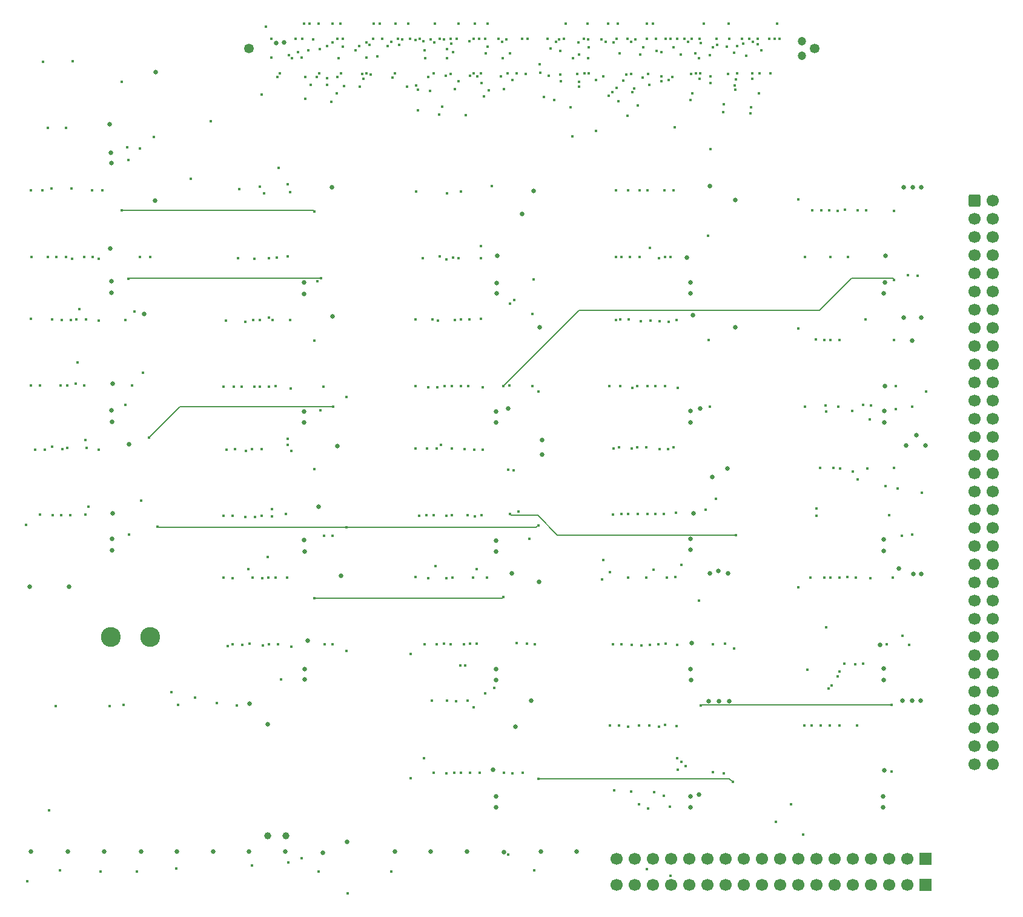
<source format=gbr>
G04 #@! TF.GenerationSoftware,KiCad,Pcbnew,9.0.3*
G04 #@! TF.CreationDate,2025-08-01T19:28:12-07:00*
G04 #@! TF.ProjectId,CardTestFixture,43617264-5465-4737-9446-697874757265,A*
G04 #@! TF.SameCoordinates,Original*
G04 #@! TF.FileFunction,Copper,L8,Bot*
G04 #@! TF.FilePolarity,Positive*
%FSLAX46Y46*%
G04 Gerber Fmt 4.6, Leading zero omitted, Abs format (unit mm)*
G04 Created by KiCad (PCBNEW 9.0.3) date 2025-08-01 19:28:12*
%MOMM*%
%LPD*%
G01*
G04 APERTURE LIST*
G04 Aperture macros list*
%AMRoundRect*
0 Rectangle with rounded corners*
0 $1 Rounding radius*
0 $2 $3 $4 $5 $6 $7 $8 $9 X,Y pos of 4 corners*
0 Add a 4 corners polygon primitive as box body*
4,1,4,$2,$3,$4,$5,$6,$7,$8,$9,$2,$3,0*
0 Add four circle primitives for the rounded corners*
1,1,$1+$1,$2,$3*
1,1,$1+$1,$4,$5*
1,1,$1+$1,$6,$7*
1,1,$1+$1,$8,$9*
0 Add four rect primitives between the rounded corners*
20,1,$1+$1,$2,$3,$4,$5,0*
20,1,$1+$1,$4,$5,$6,$7,0*
20,1,$1+$1,$6,$7,$8,$9,0*
20,1,$1+$1,$8,$9,$2,$3,0*%
G04 Aperture macros list end*
G04 #@! TA.AperFunction,ComponentPad*
%ADD10R,1.700000X1.700000*%
G04 #@! TD*
G04 #@! TA.AperFunction,ComponentPad*
%ADD11C,1.700000*%
G04 #@! TD*
G04 #@! TA.AperFunction,ComponentPad*
%ADD12C,1.349000*%
G04 #@! TD*
G04 #@! TA.AperFunction,ComponentPad*
%ADD13C,1.200000*%
G04 #@! TD*
G04 #@! TA.AperFunction,ComponentPad*
%ADD14RoundRect,0.250000X-0.600000X-0.600000X0.600000X-0.600000X0.600000X0.600000X-0.600000X0.600000X0*%
G04 #@! TD*
G04 #@! TA.AperFunction,ComponentPad*
%ADD15C,2.775000*%
G04 #@! TD*
G04 #@! TA.AperFunction,ViaPad*
%ADD16C,0.650000*%
G04 #@! TD*
G04 #@! TA.AperFunction,ViaPad*
%ADD17C,1.000000*%
G04 #@! TD*
G04 #@! TA.AperFunction,ViaPad*
%ADD18C,0.450000*%
G04 #@! TD*
G04 #@! TA.AperFunction,Conductor*
%ADD19C,0.152400*%
G04 #@! TD*
G04 APERTURE END LIST*
D10*
X209180000Y-151400000D03*
D11*
X206640000Y-151400000D03*
X204100000Y-151400000D03*
X201560000Y-151400000D03*
X199020000Y-151400000D03*
X196480000Y-151400000D03*
X193940000Y-151400000D03*
X191400000Y-151400000D03*
X188860000Y-151400000D03*
X186320000Y-151400000D03*
X183780000Y-151400000D03*
X181240000Y-151400000D03*
X178700000Y-151400000D03*
X176160000Y-151400000D03*
X173620000Y-151400000D03*
X171080000Y-151400000D03*
X168540000Y-151400000D03*
X166000000Y-151400000D03*
D10*
X209180000Y-155000000D03*
D11*
X206640000Y-155000000D03*
X204100000Y-155000000D03*
X201560000Y-155000000D03*
X199020000Y-155000000D03*
X196480000Y-155000000D03*
X193940000Y-155000000D03*
X191400000Y-155000000D03*
X188860000Y-155000000D03*
X186320000Y-155000000D03*
X183780000Y-155000000D03*
X181240000Y-155000000D03*
X178700000Y-155000000D03*
X176160000Y-155000000D03*
X173620000Y-155000000D03*
X171080000Y-155000000D03*
X168540000Y-155000000D03*
X166000000Y-155000000D03*
D12*
X114568900Y-38197500D03*
D13*
X191908900Y-39197500D03*
X191908900Y-37197500D03*
D12*
X193698900Y-38197500D03*
D14*
X216000000Y-59400000D03*
D11*
X218540000Y-59400000D03*
X216000000Y-61940000D03*
X218540000Y-61940000D03*
X216000000Y-64480000D03*
X218540000Y-64480000D03*
X216000000Y-67020000D03*
X218540000Y-67020000D03*
X216000000Y-69560000D03*
X218540000Y-69560000D03*
X216000000Y-72100000D03*
X218540000Y-72100000D03*
X216000000Y-74640000D03*
X218540000Y-74640000D03*
X216000000Y-77180000D03*
X218540000Y-77180000D03*
X216000000Y-79720000D03*
X218540000Y-79720000D03*
X216000000Y-82260000D03*
X218540000Y-82260000D03*
X216000000Y-84800000D03*
X218540000Y-84800000D03*
X216000000Y-87340000D03*
X218540000Y-87340000D03*
X216000000Y-89880000D03*
X218540000Y-89880000D03*
X216000000Y-92420000D03*
X218540000Y-92420000D03*
X216000000Y-94960000D03*
X218540000Y-94960000D03*
X216000000Y-97500000D03*
X218540000Y-97500000D03*
X216000000Y-100040000D03*
X218540000Y-100040000D03*
X216000000Y-102580000D03*
X218540000Y-102580000D03*
X216000000Y-105120000D03*
X218540000Y-105120000D03*
X216000000Y-107660000D03*
X218540000Y-107660000D03*
X216000000Y-110200000D03*
X218540000Y-110200000D03*
X216000000Y-112740000D03*
X218540000Y-112740000D03*
X216000000Y-115280000D03*
X218540000Y-115280000D03*
X216000000Y-117820000D03*
X218540000Y-117820000D03*
X216000000Y-120360000D03*
X218540000Y-120360000D03*
X216000000Y-122900000D03*
X218540000Y-122900000D03*
X216000000Y-125440000D03*
X218540000Y-125440000D03*
X216000000Y-127980000D03*
X218540000Y-127980000D03*
X216000000Y-130520000D03*
X218540000Y-130520000D03*
X216000000Y-133060000D03*
X218540000Y-133060000D03*
X216000000Y-135600000D03*
X218540000Y-135600000D03*
X216000000Y-138140000D03*
X218540000Y-138140000D03*
D15*
X95300000Y-120400000D03*
X100800000Y-120400000D03*
D16*
X114700000Y-129700000D03*
X150247163Y-150415576D03*
X95169795Y-48769795D03*
X122380000Y-108450000D03*
X181548500Y-111521405D03*
X177500000Y-142400000D03*
X178874200Y-129354200D03*
X203362000Y-108342250D03*
X95494000Y-90300000D03*
X145100000Y-150400000D03*
X203400000Y-139000000D03*
X205447800Y-110789092D03*
X206470599Y-93636792D03*
X99500000Y-150400000D03*
X177700000Y-88500000D03*
X94400000Y-150400000D03*
X126300000Y-75600000D03*
X206000000Y-129300000D03*
X203370000Y-72350000D03*
X151370800Y-111500000D03*
X208600000Y-111600000D03*
X203535900Y-85300000D03*
X122280000Y-72450000D03*
X179361801Y-97997608D03*
X203293000Y-144171900D03*
X203600000Y-67100000D03*
X206100000Y-75800000D03*
X176500000Y-121200000D03*
X84000000Y-113400000D03*
X128300000Y-149000000D03*
X114600000Y-150400000D03*
X135000000Y-150400000D03*
X209203100Y-93600000D03*
X89300000Y-150400000D03*
X100000000Y-75300000D03*
X149200000Y-72400000D03*
X101473400Y-59400100D03*
X149159000Y-108422000D03*
X109600000Y-150400000D03*
X95394000Y-72300000D03*
X95203645Y-66103645D03*
X179000000Y-111500000D03*
X208500000Y-129300000D03*
X208600000Y-75800000D03*
X208600000Y-57600000D03*
X181748500Y-129354200D03*
X149296300Y-67131600D03*
X95394000Y-54200000D03*
X176362000Y-72342250D03*
X202865333Y-121449299D03*
X149159000Y-90422000D03*
X150833400Y-88500000D03*
X155400000Y-150400000D03*
X175862800Y-67403500D03*
X101588000Y-41487300D03*
X97887600Y-93500000D03*
X155599800Y-92900000D03*
X119700000Y-150400000D03*
X127500000Y-111800000D03*
X104500000Y-150400000D03*
X148770000Y-138930000D03*
X122782608Y-120888501D03*
X176788100Y-103097600D03*
X160400000Y-150400000D03*
X152800000Y-61248100D03*
X203300000Y-126400000D03*
X176315000Y-108197000D03*
D17*
X119800000Y-148195000D03*
D16*
X95600000Y-85000000D03*
X203400000Y-90400000D03*
X124355205Y-102155205D03*
X122380000Y-126350000D03*
X149151000Y-126394000D03*
X95600000Y-103100000D03*
X126200000Y-57600000D03*
X124911855Y-150500600D03*
X176308000Y-144169000D03*
X119528100Y-37295900D03*
X84100000Y-150400000D03*
X206100000Y-57600000D03*
X140000000Y-150400000D03*
X176300000Y-90400000D03*
X127000000Y-93700000D03*
X179000000Y-57400000D03*
X149160000Y-144170000D03*
X95494000Y-108300000D03*
X151840000Y-132910000D03*
X176640100Y-75400000D03*
X176400000Y-126400000D03*
X122280000Y-90450000D03*
X203300000Y-124800000D03*
X95494000Y-106700000D03*
X155605300Y-94916200D03*
X122280000Y-106850000D03*
X207300000Y-129300000D03*
X203362000Y-106742250D03*
X122280000Y-88850000D03*
X149159000Y-88922000D03*
X117220000Y-132575600D03*
X180244195Y-111144195D03*
X181515600Y-96833900D03*
X182584400Y-77121000D03*
X122380000Y-124850000D03*
X154410300Y-58044900D03*
X155207600Y-77160600D03*
X207350000Y-78974000D03*
X89500000Y-113400000D03*
X95394000Y-88700000D03*
X176362000Y-70842250D03*
X207903599Y-92203792D03*
X207400000Y-57600000D03*
X118406400Y-37392300D03*
X149159000Y-106922000D03*
X149120000Y-142640000D03*
X182584400Y-59325800D03*
X203293000Y-142671900D03*
X95294000Y-52700000D03*
X122280000Y-70850000D03*
X149151000Y-124894000D03*
D17*
X117220000Y-148190000D03*
D16*
X176300000Y-88800000D03*
X176308000Y-142669000D03*
X154027700Y-129250000D03*
X207500000Y-111600000D03*
X149200000Y-70900000D03*
X176315000Y-106697000D03*
X95394000Y-70700000D03*
X203400000Y-88800000D03*
X203470000Y-70850000D03*
X176315000Y-124900000D03*
X155206200Y-112711400D03*
X180300000Y-129354200D03*
D18*
X181194900Y-121351100D03*
X180946700Y-139461300D03*
X99369900Y-67275000D03*
X154216400Y-75225300D03*
X126260300Y-106253100D03*
X206709400Y-69854500D03*
X207350000Y-88192700D03*
X206864100Y-121446900D03*
X207350000Y-106050600D03*
X152916100Y-139351100D03*
X154205300Y-85310000D03*
X100653900Y-92565200D03*
X152305300Y-102821900D03*
X126402800Y-88253900D03*
X99374000Y-52109700D03*
X126260300Y-121444100D03*
X153448000Y-121353100D03*
X128214000Y-122294400D03*
X155096500Y-86114500D03*
X87568600Y-130031300D03*
X182252300Y-140625000D03*
X154416500Y-70451900D03*
X100787500Y-67292100D03*
X155095900Y-140156700D03*
X208649500Y-100251500D03*
X128214000Y-105092200D03*
X154581300Y-121362300D03*
X101337600Y-50571000D03*
X101796300Y-104935300D03*
X128214400Y-86850000D03*
X182448100Y-121962400D03*
X209305500Y-86084700D03*
X155101300Y-104770200D03*
X208094600Y-69948900D03*
X205917000Y-106242300D03*
X178425600Y-102609300D03*
X179426300Y-139235600D03*
X124701800Y-70254700D03*
X153825000Y-106639400D03*
X179427800Y-121360700D03*
X151057000Y-85255600D03*
X125078700Y-106257400D03*
X151684400Y-73333500D03*
X152028500Y-121258300D03*
X206001400Y-120211200D03*
X151438900Y-139399400D03*
X97747000Y-70337700D03*
X86700000Y-144600000D03*
X97595500Y-51970300D03*
X125056900Y-85436600D03*
X98252200Y-85290400D03*
X179032800Y-88195400D03*
X205043500Y-85349400D03*
X125212200Y-121442100D03*
X123720300Y-60961500D03*
X178832700Y-78901300D03*
X150143600Y-114813600D03*
X96834000Y-42824800D03*
X96834700Y-60806900D03*
X97343600Y-76137200D03*
X204810000Y-60826600D03*
X112914300Y-129973900D03*
X179915400Y-101119400D03*
X148922600Y-127469800D03*
X204640400Y-112058400D03*
X177738700Y-129919300D03*
X123727500Y-78957900D03*
X178763900Y-64301500D03*
X123734500Y-114972900D03*
X150830800Y-96998800D03*
X204438400Y-129907800D03*
X204790200Y-96750800D03*
X204773100Y-78879000D03*
X177534200Y-115282300D03*
X123720300Y-96961500D03*
X200869800Y-60803600D03*
X83664000Y-154489000D03*
X199730000Y-60812000D03*
X88193700Y-153001400D03*
X197963500Y-60693700D03*
X93824400Y-153160600D03*
X196947900Y-60825700D03*
X98904800Y-153160200D03*
X104441000Y-152704000D03*
X195735700Y-60808500D03*
X194650000Y-60807500D03*
X121973100Y-151256700D03*
X114991000Y-152314000D03*
X193322500Y-60807700D03*
X120075400Y-151863500D03*
X191414300Y-59298600D03*
X124317100Y-153147900D03*
X174553400Y-138897400D03*
X190425200Y-143788700D03*
X128431000Y-156226600D03*
X134469300Y-153155700D03*
X175649200Y-138443700D03*
X150862000Y-150755200D03*
X175059800Y-137863100D03*
X170271000Y-152771300D03*
X188309600Y-146219100D03*
X154494200Y-152989800D03*
X174503300Y-137304100D03*
X192060000Y-147982900D03*
X173511000Y-153771800D03*
X91754000Y-103288100D03*
X131047700Y-41682000D03*
X164833100Y-34705200D03*
X144701600Y-121388500D03*
X147327900Y-85517300D03*
X157498500Y-37281700D03*
X120493000Y-85657500D03*
X139034700Y-37199600D03*
X112290300Y-112131200D03*
X144962200Y-47462600D03*
X142814000Y-121365600D03*
X164906200Y-44786000D03*
X86088100Y-94206400D03*
X126131100Y-45625000D03*
X143015500Y-112050800D03*
X166020000Y-36831700D03*
X127434800Y-34703000D03*
X91803300Y-75985600D03*
X137930100Y-76051800D03*
X156769200Y-38182800D03*
X116589300Y-121550200D03*
X146498900Y-42080600D03*
X146485600Y-121358900D03*
X166407300Y-38881200D03*
X172706600Y-57995200D03*
X173998900Y-37980600D03*
X163909600Y-36939100D03*
X139176500Y-121359800D03*
X150577600Y-36916600D03*
X143884100Y-67433300D03*
X117838900Y-102511700D03*
X142836800Y-41688300D03*
X84134000Y-75976900D03*
X127751500Y-37879100D03*
X115120700Y-112130600D03*
X147478900Y-44833600D03*
X118588700Y-42187700D03*
X84197700Y-67281400D03*
X117370300Y-121428600D03*
X146209000Y-34700900D03*
X171203900Y-111017100D03*
X184834800Y-46401100D03*
X198368700Y-67293200D03*
X188745700Y-36836100D03*
X168994000Y-103221300D03*
X180082600Y-37644900D03*
X181741600Y-36833400D03*
X173239600Y-94107600D03*
X143639000Y-36826700D03*
X116394100Y-94143900D03*
X158091100Y-41799000D03*
X147023000Y-75966100D03*
X176998900Y-38839000D03*
X171412800Y-85346600D03*
X88396200Y-103347700D03*
X130060500Y-37820600D03*
X124464000Y-41676400D03*
X106473100Y-56349500D03*
X118959400Y-41681300D03*
X85860600Y-40064000D03*
X168183900Y-85559700D03*
X176458300Y-41702200D03*
X164006500Y-112379100D03*
X187316800Y-36838800D03*
X173952800Y-57974400D03*
X173808700Y-42179400D03*
X111424800Y-76168000D03*
X140633400Y-34699800D03*
X185959300Y-41686800D03*
X174215000Y-111995500D03*
X164498900Y-37205900D03*
X141865900Y-121351100D03*
X184998900Y-41678900D03*
X170661500Y-121509800D03*
X160752600Y-42791400D03*
X142986500Y-103349100D03*
X127707000Y-36825400D03*
X89754800Y-76135400D03*
X179103700Y-42974700D03*
X165485900Y-103269000D03*
X120204800Y-39081600D03*
X93648900Y-67531600D03*
X173577500Y-67281700D03*
X173515500Y-36845000D03*
X132926100Y-34716800D03*
X84700400Y-94188500D03*
X160649200Y-37350600D03*
X143011300Y-94060800D03*
X148558700Y-57426200D03*
X151461300Y-42616300D03*
X182539800Y-43319800D03*
X172041300Y-94174600D03*
X118640300Y-121425500D03*
X146998900Y-41681100D03*
X176605800Y-44412000D03*
X169424000Y-76247000D03*
X179119700Y-42086400D03*
X166501800Y-76052900D03*
X114080600Y-103593300D03*
X142086100Y-41948800D03*
X171412800Y-103219300D03*
X181370000Y-37901900D03*
X174277600Y-103029000D03*
X181685400Y-34708200D03*
X91600600Y-85290400D03*
X126947800Y-42126500D03*
X174483700Y-121512800D03*
X185691300Y-36837100D03*
X180986500Y-45979400D03*
X173965300Y-93910800D03*
X171618700Y-38498700D03*
X166696500Y-67288000D03*
X140399400Y-41684700D03*
X115164800Y-76136700D03*
X124094400Y-42166100D03*
X84108500Y-85290400D03*
X188462000Y-34708800D03*
X195920000Y-67276400D03*
X173289900Y-42536500D03*
X172738900Y-67287100D03*
X140667600Y-110440600D03*
X165552000Y-37344300D03*
X177689900Y-41678500D03*
X174409100Y-76136600D03*
X141906800Y-36933500D03*
X115416800Y-103658900D03*
X172603200Y-103212500D03*
X181573000Y-41747000D03*
X116413200Y-44623000D03*
X87684300Y-67292500D03*
X123117400Y-34704700D03*
X92690700Y-57993200D03*
X118302500Y-85368900D03*
X139893900Y-44130300D03*
X147699500Y-38861900D03*
X114559500Y-110867200D03*
X113678300Y-121445700D03*
X146039800Y-41685500D03*
X86997100Y-57725400D03*
X124348700Y-34719700D03*
X145998900Y-36838300D03*
X114682100Y-121288900D03*
X89849000Y-67546100D03*
X109253000Y-48317800D03*
X170117300Y-112062700D03*
X184099800Y-39219700D03*
X160793900Y-39055900D03*
X137906500Y-94038300D03*
X172036800Y-76288900D03*
X177592200Y-42432900D03*
X140446500Y-139310100D03*
X163162200Y-49685200D03*
X172231700Y-42060600D03*
X167877400Y-67287400D03*
X170413200Y-41692200D03*
X145205500Y-129265500D03*
X117393000Y-75790000D03*
X139712000Y-42156400D03*
X160736200Y-43495000D03*
X141465800Y-93505000D03*
X87112700Y-93761000D03*
X132084200Y-34709200D03*
X167597700Y-103218900D03*
X179137600Y-52240700D03*
X121506900Y-38697100D03*
X84134000Y-57995900D03*
X166927800Y-42698900D03*
X142199300Y-112166400D03*
X147161100Y-103335900D03*
X161910800Y-34712100D03*
X139204900Y-38437800D03*
X117896200Y-76138900D03*
X140503800Y-37300000D03*
X114135100Y-76327100D03*
X180888800Y-47032900D03*
X170299400Y-103218300D03*
X172884000Y-121353900D03*
X184966000Y-42428600D03*
X138377800Y-103434000D03*
X159815500Y-50465500D03*
X115343500Y-67574200D03*
X133998900Y-37797300D03*
X117379500Y-85439500D03*
X138498900Y-36853800D03*
X126907000Y-44427500D03*
X88496500Y-94148600D03*
X188126200Y-36837300D03*
X192347700Y-67284800D03*
X89842400Y-57723900D03*
X123583500Y-36924100D03*
X120032400Y-67203800D03*
X135098900Y-34712600D03*
X112290300Y-103427900D03*
X141260100Y-36844200D03*
X171930900Y-67438200D03*
X172883300Y-36826600D03*
X143580000Y-129320000D03*
X170246600Y-34717600D03*
X174998900Y-39060300D03*
X167602800Y-57980100D03*
X170241100Y-36837700D03*
X146032700Y-130189800D03*
X161528900Y-41678000D03*
X146197500Y-103564400D03*
X99525200Y-101334600D03*
X130998900Y-37295500D03*
X145443100Y-37137300D03*
X112290300Y-121439600D03*
X140868600Y-94083800D03*
X162133800Y-37999200D03*
X137094700Y-36825200D03*
X112486300Y-85430700D03*
X131498900Y-37652400D03*
X91907100Y-93990800D03*
X142881000Y-37531400D03*
X117838900Y-103539900D03*
X141162600Y-47375900D03*
X112686500Y-94153600D03*
X141927800Y-85334500D03*
X156386600Y-36835700D03*
X145183600Y-103359100D03*
X161405200Y-36830800D03*
X163155800Y-42535400D03*
X137227600Y-122770200D03*
X147305900Y-94192200D03*
X161998900Y-39569300D03*
X165998900Y-43693300D03*
X147890100Y-112055400D03*
X147934900Y-37950000D03*
X111020300Y-112127600D03*
X119910300Y-112125200D03*
X147150600Y-42981000D03*
X147667300Y-128255300D03*
X169601800Y-42213000D03*
X147619800Y-36843200D03*
X118301700Y-112061800D03*
X90388200Y-85031900D03*
X126332300Y-34700900D03*
X136667300Y-43525700D03*
X111020300Y-85426800D03*
X166286700Y-45551500D03*
X146427500Y-110921100D03*
X178227500Y-34718600D03*
X173317800Y-76320500D03*
X182680900Y-42500600D03*
X166332800Y-93914300D03*
X153315200Y-41707900D03*
X137881500Y-85350500D03*
X182575200Y-43941400D03*
X165455000Y-121383300D03*
X172748900Y-85354300D03*
X177548600Y-39563300D03*
X162059100Y-36896900D03*
X146090200Y-94261800D03*
X145526500Y-139338400D03*
X168952800Y-46172800D03*
X158929300Y-34713600D03*
X140993200Y-76223400D03*
X116732500Y-58408700D03*
X136066900Y-36886900D03*
X179498900Y-37977700D03*
X165899200Y-76065500D03*
X86511500Y-49293000D03*
X116943400Y-35123000D03*
X143419000Y-43838900D03*
X120551700Y-94389100D03*
X168493900Y-43752400D03*
X142267500Y-129250000D03*
X142819800Y-36828600D03*
X119738900Y-103190400D03*
X125540500Y-37819400D03*
X88237500Y-85290400D03*
X120015900Y-93545800D03*
X143903800Y-34719100D03*
X127921600Y-43452600D03*
X83441700Y-104700000D03*
X165069700Y-111316000D03*
X187498900Y-41685600D03*
X170317200Y-85350400D03*
X177060900Y-41677200D03*
X177583300Y-36826800D03*
X174593200Y-85622100D03*
X165899200Y-57994400D03*
X175452700Y-36826400D03*
X125492200Y-43264900D03*
X89214000Y-85291100D03*
X165899200Y-67288800D03*
X170589700Y-43281600D03*
X174484700Y-36852100D03*
X170333800Y-57977700D03*
X149998900Y-37233900D03*
X142251500Y-67601400D03*
X166715300Y-121367200D03*
X183691600Y-37464000D03*
X142261900Y-38254500D03*
X114159900Y-94358700D03*
X167387100Y-41781700D03*
X139637200Y-112133100D03*
X142275600Y-39517400D03*
X116419300Y-103421500D03*
X170783500Y-76165200D03*
X177736100Y-37439000D03*
X185020000Y-37226000D03*
X171824600Y-121375200D03*
X169327200Y-39042600D03*
X144256500Y-139349600D03*
X146779400Y-36826300D03*
X120546800Y-121699700D03*
X134641000Y-42221400D03*
X120354200Y-58208400D03*
X160498900Y-41703100D03*
X140446500Y-103357000D03*
X169218400Y-67289700D03*
X172241400Y-38659100D03*
X141632400Y-46324200D03*
X115042800Y-94146200D03*
X131998900Y-36829400D03*
X89214000Y-93977500D03*
X132526600Y-39264200D03*
X92211800Y-102172000D03*
X130580600Y-42443000D03*
X91755800Y-92905900D03*
X168014700Y-37211200D03*
X139043100Y-137320300D03*
X90615100Y-82064900D03*
X125539400Y-42362300D03*
X144750500Y-94178400D03*
X162132900Y-41686500D03*
X89048800Y-67288100D03*
X122338400Y-34704700D03*
X168100100Y-94013200D03*
X182854900Y-37830400D03*
X131660800Y-41831300D03*
X93622700Y-94210800D03*
X145964800Y-112103400D03*
X166185400Y-34708200D03*
X170142800Y-93898200D03*
X182421300Y-38789500D03*
X137906500Y-112032000D03*
X167498900Y-36843300D03*
X145495400Y-121351800D03*
X165403700Y-44288500D03*
X90935100Y-74591100D03*
X122486000Y-45171600D03*
X129498900Y-38406900D03*
X85404000Y-103272500D03*
X135606600Y-37638500D03*
X116124400Y-57501200D03*
X143177500Y-38721700D03*
X111495500Y-94235500D03*
X144122700Y-124385800D03*
X171478200Y-36843400D03*
X159905400Y-39500700D03*
X142199300Y-103460000D03*
X123286800Y-43259600D03*
X88443500Y-76104100D03*
X137886600Y-37021400D03*
X115345400Y-85428700D03*
X176312300Y-45347100D03*
X164950500Y-85362200D03*
X157317700Y-45347600D03*
X140290900Y-76060300D03*
X157952300Y-36871000D03*
X145433400Y-76044500D03*
X113053900Y-67492400D03*
X133254700Y-36825700D03*
X137959000Y-58129000D03*
X152825600Y-36838800D03*
X120328200Y-76076700D03*
X139206400Y-39569400D03*
X86461100Y-67293800D03*
X121102200Y-36827200D03*
X117370300Y-67441200D03*
X134527100Y-37254800D03*
X116100300Y-85419400D03*
X138260600Y-43922400D03*
X111020300Y-103427900D03*
X138251200Y-46823000D03*
X179968700Y-36847800D03*
X166706100Y-103209000D03*
X140849700Y-121364000D03*
X164135300Y-42098500D03*
X167718600Y-76056000D03*
X179062700Y-39066300D03*
X150734600Y-41678700D03*
X147023000Y-65815700D03*
X93600800Y-76199000D03*
X127498900Y-41676300D03*
X169235200Y-57994100D03*
X174150200Y-49209300D03*
X138870400Y-67431800D03*
X149496700Y-36843100D03*
X89665400Y-103371600D03*
X130439100Y-41763600D03*
X122929800Y-38470500D03*
X85760600Y-57994100D03*
X165598100Y-94064900D03*
X183498900Y-36850500D03*
X186201400Y-38417400D03*
X167637300Y-112053000D03*
X124481700Y-38266700D03*
X85404000Y-85277000D03*
X94138300Y-57994100D03*
X121994200Y-39434800D03*
X158661200Y-36833300D03*
X143371200Y-76078400D03*
X147023000Y-67434600D03*
X151094600Y-38837500D03*
X122491800Y-42186500D03*
X92782600Y-67277300D03*
X146848100Y-139353000D03*
X169735700Y-38017000D03*
X184703700Y-47202200D03*
X168093100Y-121474500D03*
X168872800Y-93908300D03*
X182838900Y-41686200D03*
X169452000Y-121557100D03*
X184566200Y-36825800D03*
X158253300Y-42760600D03*
X144256500Y-76061700D03*
X139438700Y-103366000D03*
X158161800Y-38496900D03*
X167529200Y-47538600D03*
X143313200Y-139352900D03*
X148171800Y-44053500D03*
X117289400Y-112069600D03*
X126936300Y-36835800D03*
X99828300Y-83481700D03*
X122091200Y-36828700D03*
X91604300Y-67287400D03*
X168872800Y-85350400D03*
X176498900Y-36837300D03*
X87172200Y-103402300D03*
X130080800Y-43473800D03*
X151998900Y-41687300D03*
X144256500Y-58145000D03*
X142986500Y-85362000D03*
X156534000Y-41991100D03*
X120589800Y-39556500D03*
X117725800Y-39414500D03*
X90484000Y-75996900D03*
X127133600Y-39567100D03*
X167998900Y-41697800D03*
X137213000Y-140076700D03*
X145498900Y-42009100D03*
X111613900Y-121651600D03*
X113216000Y-57835900D03*
X131007700Y-39474700D03*
X142330900Y-58389600D03*
X150280100Y-43812200D03*
X134988100Y-41678100D03*
X118538200Y-67404100D03*
X159601900Y-46406100D03*
X139518800Y-94050200D03*
X175998900Y-37209300D03*
X166509200Y-85350700D03*
X87120000Y-76055900D03*
X126301300Y-37352200D03*
X144846500Y-124378800D03*
X171117000Y-34691300D03*
X143123100Y-67423500D03*
X150086000Y-39564100D03*
X153530900Y-36830700D03*
X139665500Y-85471500D03*
X175034200Y-110303400D03*
X185864400Y-44411500D03*
X142188700Y-139463400D03*
X168608600Y-36935800D03*
X173042100Y-112063600D03*
X185754000Y-37555000D03*
X170695600Y-66001700D03*
X172230400Y-42729600D03*
X140050000Y-36887800D03*
X116102000Y-76122100D03*
X143901300Y-42723500D03*
X120013600Y-92659700D03*
X116509900Y-112184800D03*
X147930500Y-34716500D03*
X149870000Y-42035500D03*
X141302500Y-67242200D03*
X140148300Y-129250000D03*
X168182200Y-44292900D03*
X89013600Y-49294900D03*
X117766000Y-36829400D03*
X155800300Y-44925000D03*
X145300200Y-85351100D03*
X136883400Y-34719000D03*
X118745100Y-54864100D03*
X137998900Y-43331900D03*
X113560300Y-85422900D03*
X140960100Y-85506300D03*
X155309400Y-41526200D03*
X135456100Y-36851200D03*
X120019900Y-57164200D03*
X144256500Y-85358500D03*
X155246100Y-40348100D03*
X169132700Y-132745900D03*
X200501000Y-124071400D03*
X167600000Y-132900000D03*
X192700000Y-125000000D03*
X174400000Y-132800000D03*
X199391000Y-124192200D03*
X165096300Y-132741000D03*
X196907600Y-125917400D03*
X171900000Y-132900000D03*
X196091300Y-127165000D03*
X170541000Y-132737000D03*
X197189800Y-125225300D03*
X197839700Y-124122700D03*
X195665200Y-127591100D03*
X172800000Y-132700000D03*
X166332800Y-132728200D03*
X170411800Y-144364800D03*
X168067600Y-141935900D03*
X173485300Y-144105700D03*
X201515100Y-112193700D03*
X195327700Y-119069800D03*
X192222200Y-132728100D03*
X193285000Y-132732300D03*
X195825000Y-132752900D03*
X171214000Y-142030200D03*
X172574200Y-142527100D03*
X199436000Y-112063900D03*
X194555000Y-132736000D03*
X197161500Y-132739800D03*
X199635000Y-132748200D03*
X165649200Y-141843600D03*
X169105100Y-143780000D03*
X151092900Y-103160900D03*
X97366500Y-87953900D03*
X182676800Y-106139700D03*
X104738900Y-129878200D03*
X204451700Y-139208600D03*
X205006100Y-88510100D03*
X95139800Y-130005100D03*
X117249500Y-109233100D03*
X97051400Y-129879900D03*
X124601200Y-88749200D03*
X150149500Y-85354200D03*
X98571200Y-74909600D03*
X107060000Y-128862300D03*
X204089500Y-103390300D03*
X204780200Y-70504500D03*
X97853600Y-106103300D03*
X103789500Y-128098700D03*
X97779100Y-53724300D03*
X164158900Y-109633300D03*
X110164300Y-129598200D03*
X151644800Y-97137200D03*
X151065300Y-73828900D03*
X203756900Y-121364400D03*
X150252900Y-139358300D03*
X119131500Y-126348700D03*
X124175300Y-70713000D03*
X89988100Y-39970000D03*
X200425200Y-87998200D03*
X205248200Y-99603300D03*
X195037700Y-112068500D03*
X197240800Y-96830400D03*
X195919800Y-112048300D03*
X200784200Y-76055100D03*
X198898400Y-88781200D03*
X191422100Y-113470200D03*
X197189800Y-112063000D03*
X193960500Y-102401500D03*
X193960500Y-103431200D03*
X196965000Y-88185100D03*
X192343200Y-88196300D03*
X199010900Y-97287800D03*
X196328700Y-96750100D03*
X203593700Y-99324100D03*
X201415400Y-89960100D03*
X195193500Y-88025400D03*
X193117500Y-112055500D03*
X198262500Y-112044200D03*
X197190000Y-78897000D03*
X201566000Y-88004100D03*
X199707700Y-98342000D03*
X195265100Y-88861300D03*
X201072200Y-96867600D03*
X194476700Y-96740500D03*
X195036000Y-78870800D03*
X193871100Y-78782600D03*
X195920000Y-78882900D03*
X191406300Y-77250800D03*
D19*
X126402800Y-88253900D02*
X104965200Y-88253900D01*
X104965200Y-88253900D02*
X100653900Y-92565200D01*
X101953200Y-105092200D02*
X101796300Y-104935300D01*
X181784000Y-140156700D02*
X182252300Y-140625000D01*
X154779300Y-105092200D02*
X128214000Y-105092200D01*
X155101300Y-104770200D02*
X154779300Y-105092200D01*
X155095900Y-140156700D02*
X181784000Y-140156700D01*
X128214000Y-105092200D02*
X101953200Y-105092200D01*
X124701800Y-70254700D02*
X97830000Y-70254700D01*
X97830000Y-70254700D02*
X97747000Y-70337700D01*
X149984300Y-114972900D02*
X150143600Y-114813600D01*
X177750200Y-129907800D02*
X177738700Y-129919300D01*
X123565700Y-60806900D02*
X96834700Y-60806900D01*
X123720300Y-60961500D02*
X123565700Y-60806900D01*
X123734500Y-114972900D02*
X149984300Y-114972900D01*
X204438400Y-129907800D02*
X177750200Y-129907800D01*
X157720300Y-106139700D02*
X154958500Y-103377900D01*
X154958500Y-103377900D02*
X151309900Y-103377900D01*
X182676800Y-106139700D02*
X157720300Y-106139700D01*
X151309900Y-103377900D02*
X151092900Y-103160900D01*
X160750400Y-74753300D02*
X150149500Y-85354200D01*
X204571900Y-70296200D02*
X198822500Y-70296200D01*
X204780200Y-70504500D02*
X204571900Y-70296200D01*
X194365400Y-74753300D02*
X160750400Y-74753300D01*
X198822500Y-70296200D02*
X194365400Y-74753300D01*
M02*

</source>
